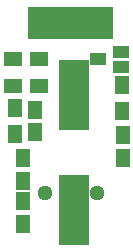
<source format=gbr>
G04 #@! TF.FileFunction,Soldermask,Bot*
%FSLAX46Y46*%
G04 Gerber Fmt 4.6, Leading zero omitted, Abs format (unit mm)*
G04 Created by KiCad (PCBNEW 4.0.2-stable) date Thu 21 Apr 2016 02:04:47 AM EEST*
%MOMM*%
G01*
G04 APERTURE LIST*
%ADD10C,0.100000*%
%ADD11R,1.150000X2.800000*%
%ADD12R,1.150000X1.600000*%
%ADD13C,1.299160*%
%ADD14R,1.300000X1.600000*%
%ADD15R,1.400760X0.999440*%
%ADD16R,1.600000X1.300000*%
%ADD17R,2.500580X6.000700*%
G04 APERTURE END LIST*
D10*
D11*
X154130000Y-100284000D03*
X153130000Y-100284000D03*
X152130000Y-100284000D03*
X151130000Y-100284000D03*
X150130000Y-100284000D03*
X149130000Y-100284000D03*
X148130000Y-100284000D03*
D12*
X147066000Y-111762500D03*
X147066000Y-113662500D03*
X147066000Y-117279500D03*
X147066000Y-115379500D03*
X155575000Y-109794000D03*
X155575000Y-111694000D03*
X148082000Y-107635000D03*
X148082000Y-109535000D03*
D13*
X148930360Y-114719100D03*
X153329640Y-114719100D03*
D14*
X155448000Y-105580000D03*
X155448000Y-107780000D03*
D15*
X155381960Y-104028240D03*
X155381960Y-102727760D03*
X153482040Y-103378000D03*
D14*
X146431000Y-107485000D03*
X146431000Y-109685000D03*
D16*
X148483500Y-105664000D03*
X146283500Y-105664000D03*
X146220000Y-103378000D03*
X148420000Y-103378000D03*
D17*
X151384000Y-106403140D03*
X151384000Y-116100860D03*
M02*

</source>
